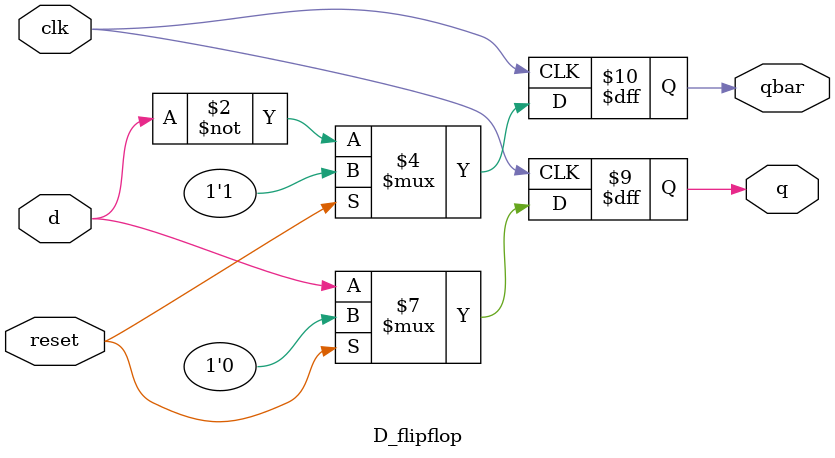
<source format=v>
`timescale 1ns / 1ps


module D_flipflop(
input clk,reset,d,
output reg q,
output reg qbar
);

always@(posedge clk)
begin
if (reset)
begin
q <= 0;
qbar <= 1;
end
else
begin
q <= d;
qbar <= ~d;
end
end
endmodule

</source>
